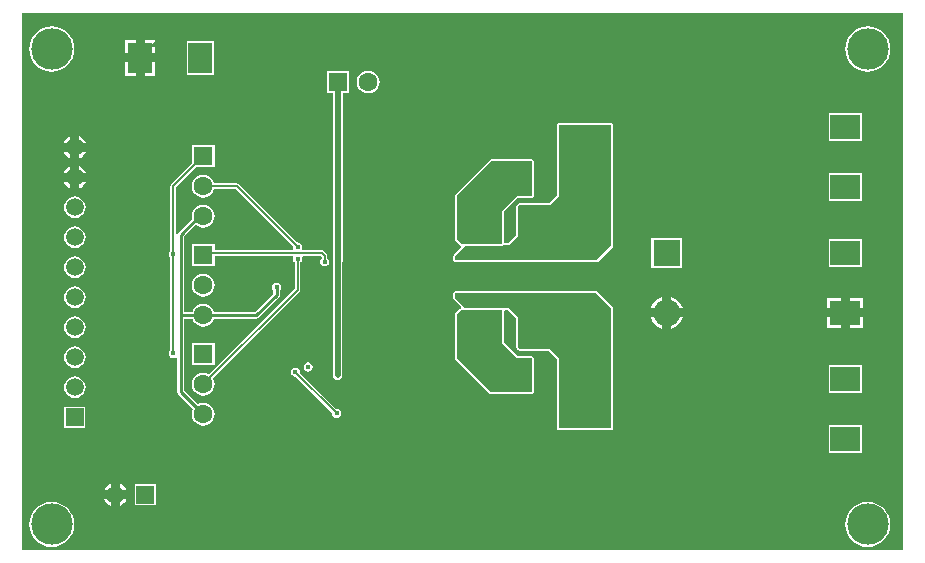
<source format=gbl>
G04*
G04 #@! TF.GenerationSoftware,Altium Limited,Altium Designer,20.2.7 (254)*
G04*
G04 Layer_Physical_Order=2*
G04 Layer_Color=16711680*
%FSLAX24Y24*%
%MOIN*%
G70*
G04*
G04 #@! TF.SameCoordinates,2B5C52AC-4926-4EBA-B23B-6648677431C1*
G04*
G04*
G04 #@! TF.FilePolarity,Positive*
G04*
G01*
G75*
%ADD17C,0.0100*%
%ADD28R,0.0630X0.0630*%
%ADD29C,0.0630*%
%ADD30R,0.0630X0.0630*%
%ADD31R,0.0984X0.0787*%
%ADD32C,0.0900*%
%ADD33R,0.0900X0.0900*%
%ADD34C,0.0591*%
%ADD35R,0.0591X0.0591*%
%ADD36R,0.0591X0.0591*%
%ADD37R,0.0787X0.0984*%
%ADD38C,0.1380*%
%ADD40C,0.0200*%
%ADD42C,0.0060*%
%ADD43C,0.0177*%
%ADD44C,0.0197*%
G36*
X49334Y19187D02*
X19958D01*
Y35775D01*
Y37063D01*
X49334D01*
Y19187D01*
D02*
G37*
%LPC*%
G36*
X24389Y36167D02*
X24046D01*
Y35725D01*
X24389D01*
Y36167D01*
D02*
G37*
G36*
X23746D02*
X23402D01*
Y35725D01*
X23746D01*
Y36167D01*
D02*
G37*
G36*
X48146Y36629D02*
X47999Y36614D01*
X47857Y36571D01*
X47727Y36502D01*
X47613Y36408D01*
X47519Y36294D01*
X47449Y36163D01*
X47407Y36022D01*
X47392Y35875D01*
X47407Y35728D01*
X47449Y35587D01*
X47519Y35456D01*
X47613Y35342D01*
X47727Y35248D01*
X47857Y35179D01*
X47999Y35136D01*
X48146Y35121D01*
X48293Y35136D01*
X48434Y35179D01*
X48564Y35248D01*
X48679Y35342D01*
X48772Y35456D01*
X48842Y35587D01*
X48885Y35728D01*
X48899Y35875D01*
X48885Y36022D01*
X48842Y36163D01*
X48772Y36294D01*
X48679Y36408D01*
X48564Y36502D01*
X48434Y36571D01*
X48293Y36614D01*
X48146Y36629D01*
D02*
G37*
G36*
X20946D02*
X20799Y36614D01*
X20657Y36571D01*
X20527Y36502D01*
X20413Y36408D01*
X20319Y36294D01*
X20249Y36163D01*
X20207Y36022D01*
X20192Y35875D01*
X20207Y35728D01*
X20249Y35587D01*
X20319Y35456D01*
X20413Y35342D01*
X20527Y35248D01*
X20657Y35179D01*
X20799Y35136D01*
X20946Y35121D01*
X21093Y35136D01*
X21234Y35179D01*
X21364Y35248D01*
X21479Y35342D01*
X21572Y35456D01*
X21642Y35587D01*
X21685Y35728D01*
X21699Y35875D01*
X21685Y36022D01*
X21642Y36163D01*
X21572Y36294D01*
X21479Y36408D01*
X21364Y36502D01*
X21234Y36571D01*
X21093Y36614D01*
X20946Y36629D01*
D02*
G37*
G36*
X26349Y36127D02*
X25442D01*
Y35023D01*
X26349D01*
Y36127D01*
D02*
G37*
G36*
X24389Y35425D02*
X24046D01*
Y34983D01*
X24389D01*
Y35425D01*
D02*
G37*
G36*
X23746D02*
X23402D01*
Y34983D01*
X23746D01*
Y35425D01*
D02*
G37*
G36*
X31496Y35153D02*
X31398Y35140D01*
X31307Y35103D01*
X31228Y35042D01*
X31168Y34964D01*
X31130Y34873D01*
X31117Y34775D01*
X31130Y34677D01*
X31168Y34586D01*
X31228Y34508D01*
X31307Y34447D01*
X31398Y34410D01*
X31496Y34397D01*
X31594Y34410D01*
X31685Y34447D01*
X31763Y34508D01*
X31823Y34586D01*
X31861Y34677D01*
X31874Y34775D01*
X31861Y34873D01*
X31823Y34964D01*
X31763Y35042D01*
X31685Y35103D01*
X31594Y35140D01*
X31496Y35153D01*
D02*
G37*
G36*
X47948Y33729D02*
X46844D01*
Y32821D01*
X47948D01*
Y33729D01*
D02*
G37*
G36*
X21868Y32966D02*
Y32750D01*
X22084D01*
X22063Y32799D01*
X22000Y32882D01*
X21917Y32945D01*
X21868Y32966D01*
D02*
G37*
G36*
X21568Y32966D02*
X21519Y32945D01*
X21436Y32882D01*
X21373Y32799D01*
X21352Y32750D01*
X21568D01*
Y32966D01*
D02*
G37*
G36*
X22084Y32450D02*
X21868D01*
Y32234D01*
X21917Y32255D01*
X22000Y32318D01*
X22063Y32401D01*
X22084Y32450D01*
D02*
G37*
G36*
X21568D02*
X21352D01*
X21373Y32401D01*
X21436Y32318D01*
X21519Y32255D01*
X21568Y32234D01*
Y32450D01*
D02*
G37*
G36*
X21868Y31966D02*
Y31750D01*
X22084D01*
X22063Y31799D01*
X22000Y31882D01*
X21917Y31945D01*
X21868Y31966D01*
D02*
G37*
G36*
X21568Y31966D02*
X21519Y31945D01*
X21436Y31882D01*
X21373Y31799D01*
X21352Y31750D01*
X21568D01*
Y31966D01*
D02*
G37*
G36*
X22084Y31450D02*
X21868D01*
Y31234D01*
X21917Y31255D01*
X22000Y31318D01*
X22063Y31401D01*
X22084Y31450D01*
D02*
G37*
G36*
X21568D02*
X21352D01*
X21373Y31401D01*
X21436Y31318D01*
X21519Y31255D01*
X21568Y31234D01*
Y31450D01*
D02*
G37*
G36*
X47948Y31729D02*
X46844D01*
Y30821D01*
X47948D01*
Y31729D01*
D02*
G37*
G36*
X21718Y30958D02*
X21625Y30946D01*
X21539Y30910D01*
X21465Y30853D01*
X21408Y30779D01*
X21372Y30693D01*
X21360Y30600D01*
X21372Y30507D01*
X21408Y30421D01*
X21465Y30347D01*
X21539Y30290D01*
X21625Y30254D01*
X21718Y30242D01*
X21811Y30254D01*
X21897Y30290D01*
X21971Y30347D01*
X22028Y30421D01*
X22064Y30507D01*
X22076Y30600D01*
X22064Y30693D01*
X22028Y30779D01*
X21971Y30853D01*
X21897Y30910D01*
X21811Y30946D01*
X21718Y30958D01*
D02*
G37*
G36*
X26375Y32675D02*
X25625D01*
Y32055D01*
X24931Y31361D01*
X24911Y31331D01*
X24904Y31296D01*
Y29142D01*
X24889Y29132D01*
X24856Y29083D01*
X24844Y29025D01*
X24856Y28967D01*
X24889Y28918D01*
X24904Y28908D01*
Y25842D01*
X24889Y25832D01*
X24856Y25783D01*
X24844Y25725D01*
X24856Y25667D01*
X24889Y25618D01*
X24938Y25585D01*
X24996Y25574D01*
X25054Y25585D01*
X25084Y25605D01*
X25134Y25581D01*
Y24454D01*
X25134Y24454D01*
X25142Y24411D01*
X25166Y24375D01*
X25667Y23875D01*
X25635Y23798D01*
X25622Y23700D01*
X25635Y23602D01*
X25672Y23511D01*
X25733Y23433D01*
X25811Y23372D01*
X25902Y23335D01*
X26000Y23322D01*
X26098Y23335D01*
X26189Y23372D01*
X26267Y23433D01*
X26328Y23511D01*
X26365Y23602D01*
X26378Y23700D01*
X26365Y23798D01*
X26328Y23889D01*
X26267Y23967D01*
X26189Y24028D01*
X26098Y24065D01*
X26000Y24078D01*
X25902Y24065D01*
X25825Y24033D01*
X25358Y24501D01*
Y26888D01*
X25641D01*
X25672Y26811D01*
X25733Y26733D01*
X25811Y26672D01*
X25902Y26635D01*
X26000Y26622D01*
X26098Y26635D01*
X26189Y26672D01*
X26267Y26733D01*
X26328Y26811D01*
X26359Y26888D01*
X27771D01*
X27771Y26888D01*
X27814Y26896D01*
X27850Y26921D01*
X28525Y27596D01*
X28525Y27596D01*
X28549Y27632D01*
X28558Y27675D01*
X28558Y27675D01*
Y27825D01*
X28586Y27867D01*
X28597Y27925D01*
X28586Y27983D01*
X28553Y28032D01*
X28504Y28065D01*
X28446Y28076D01*
X28388Y28065D01*
X28339Y28032D01*
X28306Y27983D01*
X28294Y27925D01*
X28306Y27867D01*
X28334Y27825D01*
Y27721D01*
X27724Y27112D01*
X26359D01*
X26328Y27189D01*
X26267Y27267D01*
X26189Y27328D01*
X26098Y27365D01*
X26000Y27378D01*
X25902Y27365D01*
X25811Y27328D01*
X25733Y27267D01*
X25672Y27189D01*
X25641Y27112D01*
X25358D01*
Y29629D01*
X25749Y30020D01*
X25811Y29972D01*
X25902Y29935D01*
X26000Y29922D01*
X26098Y29935D01*
X26189Y29972D01*
X26267Y30033D01*
X26328Y30111D01*
X26365Y30202D01*
X26378Y30300D01*
X26365Y30398D01*
X26328Y30489D01*
X26267Y30567D01*
X26189Y30628D01*
X26098Y30665D01*
X26000Y30678D01*
X25902Y30665D01*
X25811Y30628D01*
X25733Y30567D01*
X25672Y30489D01*
X25635Y30398D01*
X25622Y30300D01*
X25632Y30220D01*
X25166Y29754D01*
X25142Y29718D01*
X25137Y29695D01*
X25087Y29700D01*
Y31258D01*
X25755Y31925D01*
X26375D01*
Y32675D01*
D02*
G37*
G36*
X39596Y33390D02*
X37846D01*
X37800Y33371D01*
X37781Y33325D01*
X37781Y31002D01*
X37519Y30740D01*
X36546D01*
X36500Y30721D01*
X36450Y30671D01*
X36431Y30625D01*
Y29652D01*
X36169Y29390D01*
X36046D01*
X36011Y29425D01*
X36011Y29575D01*
X36011Y29775D01*
Y30448D01*
X36473Y30910D01*
X36946D01*
X36992Y30929D01*
X37011Y30975D01*
X37011Y32125D01*
X36992Y32171D01*
X36946Y32190D01*
X35596Y32190D01*
X35550Y32171D01*
X34400Y31021D01*
X34381Y30975D01*
X34381Y29775D01*
Y29525D01*
X34400Y29479D01*
X34550Y29329D01*
X34576Y29318D01*
X34593Y29264D01*
X34350Y29021D01*
X34331Y28975D01*
Y28967D01*
X34320Y28914D01*
X34331Y28860D01*
Y28825D01*
X34350Y28779D01*
X34396Y28760D01*
X34696D01*
X39096Y28760D01*
X39142Y28779D01*
X39642Y29279D01*
X39661Y29325D01*
X39661Y33325D01*
X39642Y33371D01*
X39596Y33390D01*
D02*
G37*
G36*
X21718Y29958D02*
X21625Y29946D01*
X21539Y29910D01*
X21465Y29853D01*
X21408Y29779D01*
X21372Y29693D01*
X21360Y29600D01*
X21372Y29507D01*
X21408Y29421D01*
X21465Y29347D01*
X21539Y29290D01*
X21625Y29254D01*
X21718Y29242D01*
X21811Y29254D01*
X21897Y29290D01*
X21971Y29347D01*
X22028Y29421D01*
X22064Y29507D01*
X22076Y29600D01*
X22064Y29693D01*
X22028Y29779D01*
X21971Y29853D01*
X21897Y29910D01*
X21811Y29946D01*
X21718Y29958D01*
D02*
G37*
G36*
X26000Y31678D02*
X25902Y31665D01*
X25811Y31628D01*
X25733Y31567D01*
X25672Y31489D01*
X25635Y31398D01*
X25622Y31300D01*
X25635Y31202D01*
X25672Y31111D01*
X25733Y31033D01*
X25811Y30972D01*
X25902Y30935D01*
X26000Y30922D01*
X26098Y30935D01*
X26189Y30972D01*
X26267Y31033D01*
X26328Y31111D01*
X26365Y31202D01*
X26366Y31208D01*
X27083D01*
X28998Y29293D01*
X28994Y29275D01*
X29006Y29217D01*
X29006Y29217D01*
X28979Y29167D01*
X26375D01*
Y29375D01*
X25625D01*
Y28625D01*
X26375D01*
Y28983D01*
X28979D01*
X29006Y28933D01*
X29006Y28933D01*
X28994Y28875D01*
X29006Y28817D01*
X29039Y28768D01*
X29054Y28758D01*
Y27884D01*
X26194Y25024D01*
X26189Y25028D01*
X26098Y25065D01*
X26000Y25078D01*
X25902Y25065D01*
X25811Y25028D01*
X25733Y24967D01*
X25672Y24889D01*
X25635Y24798D01*
X25622Y24700D01*
X25635Y24602D01*
X25672Y24511D01*
X25733Y24433D01*
X25811Y24372D01*
X25902Y24335D01*
X26000Y24322D01*
X26098Y24335D01*
X26189Y24372D01*
X26267Y24433D01*
X26328Y24511D01*
X26365Y24602D01*
X26378Y24700D01*
X26365Y24798D01*
X26328Y24889D01*
X26324Y24894D01*
X29211Y27781D01*
X29230Y27811D01*
X29237Y27846D01*
Y28758D01*
X29253Y28768D01*
X29286Y28817D01*
X29297Y28875D01*
X29286Y28933D01*
X29285Y28933D01*
X29312Y28983D01*
X29908D01*
X29952Y28939D01*
X29949Y28889D01*
X29939Y28882D01*
X29906Y28833D01*
X29894Y28775D01*
X29906Y28717D01*
X29939Y28668D01*
X29988Y28635D01*
X30046Y28624D01*
X30104Y28635D01*
X30153Y28668D01*
X30186Y28717D01*
X30197Y28775D01*
X30186Y28833D01*
X30153Y28882D01*
X30137Y28892D01*
Y28975D01*
X30130Y29010D01*
X30111Y29040D01*
X30011Y29140D01*
X29981Y29160D01*
X29946Y29167D01*
X29312D01*
X29285Y29217D01*
X29286Y29217D01*
X29297Y29275D01*
X29286Y29333D01*
X29253Y29382D01*
X29204Y29415D01*
X29146Y29426D01*
X29128Y29423D01*
X27186Y31365D01*
X27156Y31385D01*
X27121Y31392D01*
X26366D01*
X26365Y31398D01*
X26328Y31489D01*
X26267Y31567D01*
X26189Y31628D01*
X26098Y31665D01*
X26000Y31678D01*
D02*
G37*
G36*
X47948Y29529D02*
X46844D01*
Y28621D01*
X47948D01*
Y29529D01*
D02*
G37*
G36*
X41956Y29585D02*
X40936D01*
Y28565D01*
X41956D01*
Y29585D01*
D02*
G37*
G36*
X21718Y28958D02*
X21625Y28946D01*
X21539Y28910D01*
X21465Y28853D01*
X21408Y28779D01*
X21372Y28693D01*
X21360Y28600D01*
X21372Y28507D01*
X21408Y28421D01*
X21465Y28347D01*
X21539Y28290D01*
X21625Y28254D01*
X21718Y28242D01*
X21811Y28254D01*
X21897Y28290D01*
X21971Y28347D01*
X22028Y28421D01*
X22064Y28507D01*
X22076Y28600D01*
X22064Y28693D01*
X22028Y28779D01*
X21971Y28853D01*
X21897Y28910D01*
X21811Y28946D01*
X21718Y28958D01*
D02*
G37*
G36*
X26000Y28378D02*
X25902Y28365D01*
X25811Y28328D01*
X25733Y28267D01*
X25672Y28189D01*
X25635Y28098D01*
X25622Y28000D01*
X25635Y27902D01*
X25672Y27811D01*
X25733Y27733D01*
X25811Y27672D01*
X25902Y27635D01*
X26000Y27622D01*
X26098Y27635D01*
X26189Y27672D01*
X26267Y27733D01*
X26328Y27811D01*
X26365Y27902D01*
X26378Y28000D01*
X26365Y28098D01*
X26328Y28189D01*
X26267Y28267D01*
X26189Y28328D01*
X26098Y28365D01*
X26000Y28378D01*
D02*
G37*
G36*
X21718Y27958D02*
X21625Y27946D01*
X21539Y27910D01*
X21465Y27853D01*
X21408Y27779D01*
X21372Y27693D01*
X21360Y27600D01*
X21372Y27507D01*
X21408Y27421D01*
X21465Y27347D01*
X21539Y27290D01*
X21625Y27254D01*
X21718Y27242D01*
X21811Y27254D01*
X21897Y27290D01*
X21971Y27347D01*
X22028Y27421D01*
X22064Y27507D01*
X22076Y27600D01*
X22064Y27693D01*
X22028Y27779D01*
X21971Y27853D01*
X21897Y27910D01*
X21811Y27946D01*
X21718Y27958D01*
D02*
G37*
G36*
X47988Y27569D02*
X47546D01*
Y27225D01*
X47988D01*
Y27569D01*
D02*
G37*
G36*
X41596Y27608D02*
Y27225D01*
X41979D01*
X41926Y27352D01*
X41838Y27467D01*
X41723Y27555D01*
X41596Y27608D01*
D02*
G37*
G36*
X41296Y27608D02*
X41168Y27555D01*
X41053Y27467D01*
X40965Y27352D01*
X40912Y27225D01*
X41296D01*
Y27608D01*
D02*
G37*
G36*
X47246Y27569D02*
X46804D01*
Y27225D01*
X47246D01*
Y27569D01*
D02*
G37*
G36*
X47988Y26925D02*
X47546D01*
Y26581D01*
X47988D01*
Y26925D01*
D02*
G37*
G36*
X47246D02*
X46804D01*
Y26581D01*
X47246D01*
Y26925D01*
D02*
G37*
G36*
X41296D02*
X40912D01*
X40965Y26798D01*
X41053Y26683D01*
X41168Y26595D01*
X41296Y26542D01*
Y26925D01*
D02*
G37*
G36*
X41979D02*
X41596D01*
Y26542D01*
X41723Y26595D01*
X41838Y26683D01*
X41926Y26798D01*
X41979Y26925D01*
D02*
G37*
G36*
X21718Y26958D02*
X21625Y26946D01*
X21539Y26910D01*
X21465Y26853D01*
X21408Y26779D01*
X21372Y26693D01*
X21360Y26600D01*
X21372Y26507D01*
X21408Y26421D01*
X21465Y26347D01*
X21539Y26290D01*
X21625Y26254D01*
X21718Y26242D01*
X21811Y26254D01*
X21897Y26290D01*
X21971Y26347D01*
X22028Y26421D01*
X22064Y26507D01*
X22076Y26600D01*
X22064Y26693D01*
X22028Y26779D01*
X21971Y26853D01*
X21897Y26910D01*
X21811Y26946D01*
X21718Y26958D01*
D02*
G37*
G36*
X26375Y26075D02*
X25625D01*
Y25325D01*
X26375D01*
Y26075D01*
D02*
G37*
G36*
X21718Y25958D02*
X21625Y25946D01*
X21539Y25910D01*
X21465Y25853D01*
X21408Y25779D01*
X21372Y25693D01*
X21360Y25600D01*
X21372Y25507D01*
X21408Y25421D01*
X21465Y25347D01*
X21539Y25290D01*
X21625Y25254D01*
X21718Y25242D01*
X21811Y25254D01*
X21897Y25290D01*
X21971Y25347D01*
X22028Y25421D01*
X22064Y25507D01*
X22076Y25600D01*
X22064Y25693D01*
X22028Y25779D01*
X21971Y25853D01*
X21897Y25910D01*
X21811Y25946D01*
X21718Y25958D01*
D02*
G37*
G36*
X29497Y25425D02*
X29439Y25414D01*
X29390Y25381D01*
X29357Y25332D01*
X29345Y25274D01*
X29357Y25216D01*
X29390Y25167D01*
X29439Y25134D01*
X29497Y25122D01*
X29555Y25134D01*
X29604Y25167D01*
X29637Y25216D01*
X29648Y25274D01*
X29637Y25332D01*
X29604Y25381D01*
X29555Y25414D01*
X29497Y25425D01*
D02*
G37*
G36*
X30871Y35150D02*
X30121D01*
Y34400D01*
X30318D01*
Y24990D01*
X30330Y24927D01*
X30366Y24875D01*
X30418Y24839D01*
X30481Y24827D01*
X30543Y24839D01*
X30596Y24875D01*
X30632Y24927D01*
X30644Y24990D01*
Y34400D01*
X30871D01*
Y35150D01*
D02*
G37*
G36*
X47948Y25329D02*
X46844D01*
Y24421D01*
X47948D01*
Y25329D01*
D02*
G37*
G36*
X21718Y24958D02*
X21625Y24946D01*
X21539Y24910D01*
X21465Y24853D01*
X21408Y24779D01*
X21372Y24693D01*
X21360Y24600D01*
X21372Y24507D01*
X21408Y24421D01*
X21465Y24347D01*
X21539Y24290D01*
X21625Y24254D01*
X21718Y24242D01*
X21811Y24254D01*
X21897Y24290D01*
X21971Y24347D01*
X22028Y24421D01*
X22064Y24507D01*
X22076Y24600D01*
X22064Y24693D01*
X22028Y24779D01*
X21971Y24853D01*
X21897Y24910D01*
X21811Y24946D01*
X21718Y24958D01*
D02*
G37*
G36*
X29069Y25253D02*
X29011Y25241D01*
X28962Y25208D01*
X28929Y25159D01*
X28918Y25101D01*
X28929Y25043D01*
X28962Y24994D01*
X29011Y24961D01*
X29069Y24950D01*
X29088Y24953D01*
X30298Y23743D01*
X30294Y23725D01*
X30306Y23667D01*
X30339Y23618D01*
X30388Y23585D01*
X30446Y23574D01*
X30504Y23585D01*
X30553Y23618D01*
X30586Y23667D01*
X30597Y23725D01*
X30586Y23783D01*
X30553Y23832D01*
X30504Y23865D01*
X30446Y23876D01*
X30428Y23873D01*
X29217Y25083D01*
X29221Y25101D01*
X29209Y25159D01*
X29177Y25208D01*
X29127Y25241D01*
X29069Y25253D01*
D02*
G37*
G36*
X22073Y23955D02*
X21363D01*
Y23245D01*
X22073D01*
Y23955D01*
D02*
G37*
G36*
X34696Y27790D02*
X34396D01*
X34350Y27771D01*
X34331Y27725D01*
Y27690D01*
X34320Y27636D01*
X34331Y27583D01*
Y27575D01*
X34350Y27529D01*
X34593Y27286D01*
X34576Y27232D01*
X34550Y27221D01*
X34400Y27071D01*
X34381Y27025D01*
Y26775D01*
X34381Y25575D01*
X34400Y25529D01*
X35550Y24379D01*
X35596Y24360D01*
X36946Y24360D01*
X36992Y24379D01*
X37011Y24425D01*
X37011Y25575D01*
X36992Y25621D01*
X36946Y25640D01*
X36473D01*
X36011Y26102D01*
Y26775D01*
X36011Y26975D01*
X36011Y27125D01*
X36046Y27160D01*
X36169D01*
X36431Y26898D01*
Y25925D01*
X36450Y25879D01*
X36500Y25829D01*
X36546Y25810D01*
X37519D01*
X37781Y25548D01*
X37781Y23225D01*
X37800Y23179D01*
X37846Y23160D01*
X39596D01*
X39642Y23179D01*
X39661Y23225D01*
X39661Y27225D01*
X39642Y27271D01*
X39142Y27771D01*
X39096Y27790D01*
X34696Y27790D01*
D02*
G37*
G36*
X47948Y23329D02*
X46844D01*
Y22421D01*
X47948D01*
Y23329D01*
D02*
G37*
G36*
X23214Y21384D02*
Y21168D01*
X23429D01*
X23409Y21218D01*
X23345Y21300D01*
X23263Y21364D01*
X23214Y21384D01*
D02*
G37*
G36*
X22914D02*
X22864Y21364D01*
X22782Y21300D01*
X22718Y21218D01*
X22698Y21168D01*
X22914D01*
Y21384D01*
D02*
G37*
G36*
X24419Y21374D02*
X23708D01*
Y20663D01*
X24419D01*
Y21374D01*
D02*
G37*
G36*
X23429Y20868D02*
X23214D01*
Y20653D01*
X23263Y20673D01*
X23345Y20736D01*
X23409Y20819D01*
X23429Y20868D01*
D02*
G37*
G36*
X22914D02*
X22698D01*
X22718Y20819D01*
X22782Y20736D01*
X22864Y20673D01*
X22914Y20653D01*
Y20868D01*
D02*
G37*
G36*
X48146Y20779D02*
X47999Y20764D01*
X47857Y20721D01*
X47727Y20652D01*
X47613Y20558D01*
X47519Y20444D01*
X47449Y20313D01*
X47407Y20172D01*
X47392Y20025D01*
X47407Y19878D01*
X47449Y19737D01*
X47519Y19606D01*
X47613Y19492D01*
X47727Y19398D01*
X47857Y19329D01*
X47999Y19286D01*
X48146Y19271D01*
X48293Y19286D01*
X48434Y19329D01*
X48564Y19398D01*
X48679Y19492D01*
X48772Y19606D01*
X48842Y19737D01*
X48885Y19878D01*
X48899Y20025D01*
X48885Y20172D01*
X48842Y20313D01*
X48772Y20444D01*
X48679Y20558D01*
X48564Y20652D01*
X48434Y20721D01*
X48293Y20764D01*
X48146Y20779D01*
D02*
G37*
G36*
X20946D02*
X20799Y20764D01*
X20657Y20721D01*
X20527Y20652D01*
X20413Y20558D01*
X20319Y20444D01*
X20249Y20313D01*
X20207Y20172D01*
X20192Y20025D01*
X20207Y19878D01*
X20249Y19737D01*
X20319Y19606D01*
X20413Y19492D01*
X20527Y19398D01*
X20657Y19329D01*
X20799Y19286D01*
X20946Y19271D01*
X21093Y19286D01*
X21234Y19329D01*
X21364Y19398D01*
X21479Y19492D01*
X21572Y19606D01*
X21642Y19737D01*
X21685Y19878D01*
X21699Y20025D01*
X21685Y20172D01*
X21642Y20313D01*
X21572Y20444D01*
X21479Y20558D01*
X21364Y20652D01*
X21234Y20721D01*
X21093Y20764D01*
X20946Y20779D01*
D02*
G37*
%LPD*%
G36*
X36946Y32125D02*
X36946Y30975D01*
X36446D01*
X35946Y30475D01*
Y29775D01*
X35946Y29575D01*
X35946Y29375D01*
X34596Y29375D01*
X34446Y29525D01*
Y29775D01*
X34446Y30975D01*
X35596Y32125D01*
X36946Y32125D01*
D02*
G37*
G36*
X39596Y29325D02*
X39096Y28825D01*
X34696Y28825D01*
X34396D01*
Y28975D01*
X34731Y29310D01*
X35946Y29310D01*
X35982Y29325D01*
X36196D01*
X36496Y29625D01*
Y30625D01*
X36546Y30675D01*
X37546D01*
X37846Y30975D01*
X37846Y33325D01*
X39596D01*
X39596Y29325D01*
D02*
G37*
G36*
X35946Y26975D02*
X35946Y26775D01*
Y26075D01*
X36446Y25575D01*
X36946D01*
X36946Y24425D01*
X35596Y24425D01*
X34446Y25575D01*
X34446Y26775D01*
Y27025D01*
X34596Y27175D01*
X35946Y27175D01*
X35946Y26975D01*
D02*
G37*
G36*
X39096Y27725D02*
X39596Y27225D01*
X39596Y23225D01*
X37846D01*
X37846Y25575D01*
X37546Y25875D01*
X36546D01*
X36496Y25925D01*
Y26925D01*
X36196Y27225D01*
X35982D01*
X35946Y27240D01*
X34731Y27240D01*
X34396Y27575D01*
Y27725D01*
X34696D01*
X39096Y27725D01*
D02*
G37*
D17*
X35196Y22475D02*
Y23375D01*
Y22475D02*
X35396Y22275D01*
X40237Y22266D02*
X41446Y23475D01*
X40154Y22266D02*
X40237D01*
X40146Y22275D02*
X40154Y22266D01*
X35396Y22275D02*
X40146D01*
X41446Y23475D02*
Y27075D01*
X44696Y30325D02*
Y34125D01*
Y27075D02*
Y30325D01*
Y27075D02*
X47396D01*
X41446D02*
X44696D01*
X32330Y29574D02*
Y31691D01*
X31046Y32625D02*
X31396D01*
X32330Y31691D01*
X24796Y36475D02*
X30696D01*
X23896Y35575D02*
Y35673D01*
X24239Y36017D01*
X24338D01*
X24796Y36475D01*
X30696D02*
X31046Y36125D01*
Y32625D02*
Y36125D01*
X28446Y27675D02*
Y27925D01*
X27771Y27000D02*
X28446Y27675D01*
X26000Y27000D02*
X27771D01*
X25246Y26975D02*
Y29675D01*
Y24454D02*
Y26975D01*
X25271Y27000D02*
X26000D01*
X25246Y26975D02*
X25271Y27000D01*
X25871Y30300D02*
X26000D01*
X25246Y29675D02*
X25871Y30300D01*
X25246Y24454D02*
X26000Y23700D01*
X34946Y30075D02*
X36296Y31425D01*
X36196Y29625D02*
Y30525D01*
X35196Y23958D02*
X37029D01*
X33713D02*
X35196D01*
Y23375D02*
Y23958D01*
X33446Y24225D02*
X33713Y23958D01*
X33246Y24425D02*
X33446Y24225D01*
X33196Y26950D02*
Y26976D01*
Y26950D02*
X33246Y26900D01*
Y24425D02*
Y26900D01*
X37029Y23958D02*
X37346Y24275D01*
X36496Y25725D02*
X37287D01*
X37346Y25666D01*
Y24275D02*
Y25666D01*
X36196Y26025D02*
X36496Y25725D01*
X36196Y26025D02*
Y26925D01*
X33196Y29574D02*
Y29600D01*
X33246Y29650D01*
Y33275D01*
X33596Y33625D01*
X36146D02*
X37396Y32375D01*
X33596Y33625D02*
X36146D01*
X37396Y30925D02*
Y32375D01*
X37296Y30825D02*
X37396Y30925D01*
X36196Y30525D02*
X36496Y30825D01*
X37296D01*
X34946Y29675D02*
Y30075D01*
X38593Y29074D02*
Y32572D01*
X38596Y32575D01*
X38583Y29066D02*
X38592Y29075D01*
X35072Y29066D02*
X38583D01*
X38592Y29075D02*
X38593Y29074D01*
X34946Y26475D02*
X36296Y25125D01*
X34946Y26475D02*
Y26875D01*
X38593Y23978D02*
Y27476D01*
Y23978D02*
X38596Y23975D01*
X38583Y27484D02*
X38592Y27475D01*
X35072Y27484D02*
X38583D01*
X38592Y27475D02*
X38593Y27476D01*
D28*
X26000Y25700D02*
D03*
Y29000D02*
D03*
Y32300D02*
D03*
D29*
Y24700D02*
D03*
Y23700D02*
D03*
Y28000D02*
D03*
Y27000D02*
D03*
Y31300D02*
D03*
Y30300D02*
D03*
X31496Y34775D02*
D03*
D30*
X30496D02*
D03*
D31*
X47396Y33275D02*
D03*
Y31275D02*
D03*
Y24875D02*
D03*
Y22875D02*
D03*
Y29075D02*
D03*
Y27075D02*
D03*
D32*
X41446D02*
D03*
D33*
Y29075D02*
D03*
D34*
X21718Y32600D02*
D03*
Y31600D02*
D03*
Y30600D02*
D03*
Y28600D02*
D03*
Y26600D02*
D03*
Y24600D02*
D03*
Y25600D02*
D03*
Y27600D02*
D03*
Y29600D02*
D03*
X23064Y21018D02*
D03*
D35*
X21718Y23600D02*
D03*
D36*
X24064Y21018D02*
D03*
D37*
X23896Y35575D02*
D03*
X25896D02*
D03*
D38*
X20946Y35875D02*
D03*
Y20025D02*
D03*
X48146Y35875D02*
D03*
Y20025D02*
D03*
D40*
X30481Y34760D02*
X30496Y34775D01*
X30481Y24990D02*
Y34760D01*
D42*
X29069Y25101D02*
X30446Y23725D01*
X30256Y28596D02*
X30291Y28561D01*
X30671Y24911D02*
Y28740D01*
X30706Y28775D02*
X31530D01*
X29972Y28596D02*
X30256D01*
X30402Y24800D02*
X30560D01*
X30671Y24911D01*
Y28740D02*
X30706Y28775D01*
X31530D02*
X31896Y29141D01*
X29793Y28775D02*
X29972Y28596D01*
X29396Y28775D02*
X29793D01*
X30291Y24911D02*
Y28561D01*
Y24911D02*
X30402Y24800D01*
X24996Y29025D02*
Y31296D01*
Y25725D02*
Y29025D01*
Y31296D02*
X26000Y32300D01*
Y29000D02*
X26075Y29075D01*
X29946D01*
X30046Y28775D02*
Y28975D01*
X29946Y29075D02*
X30046Y28975D01*
X31346Y24325D02*
X31896D01*
X31896Y26976D02*
X32096Y26777D01*
Y24525D02*
Y26777D01*
X31896Y24325D02*
X32096Y24525D01*
X26000Y31300D02*
X27121D01*
X29146Y29275D01*
X26000Y24700D02*
X29146Y27846D01*
Y28875D01*
D43*
X38593Y27476D02*
D03*
X48500Y33000D02*
D03*
Y31000D02*
D03*
X48000Y30000D02*
D03*
X48500Y27000D02*
D03*
X48000Y26000D02*
D03*
X48500Y25000D02*
D03*
X48000Y24000D02*
D03*
X48500Y23000D02*
D03*
X48000Y22000D02*
D03*
X48500Y21000D02*
D03*
X47000Y36000D02*
D03*
Y30000D02*
D03*
Y26000D02*
D03*
Y22000D02*
D03*
X47500Y21000D02*
D03*
X47000Y20000D02*
D03*
X46000Y36000D02*
D03*
Y30000D02*
D03*
X46500Y27000D02*
D03*
X46000Y26000D02*
D03*
Y22000D02*
D03*
X46500Y21000D02*
D03*
X46000Y20000D02*
D03*
X45000Y36000D02*
D03*
X45500Y27000D02*
D03*
Y21000D02*
D03*
X45000Y20000D02*
D03*
X44000Y36000D02*
D03*
Y34000D02*
D03*
X44500Y27000D02*
D03*
X44000Y26000D02*
D03*
Y22000D02*
D03*
X44500Y21000D02*
D03*
X44000Y20000D02*
D03*
X43000Y36000D02*
D03*
Y34000D02*
D03*
X43500Y27000D02*
D03*
X43000Y26000D02*
D03*
Y22000D02*
D03*
X43500Y21000D02*
D03*
X43000Y20000D02*
D03*
X42000Y36000D02*
D03*
Y34000D02*
D03*
X42500Y27000D02*
D03*
X42000Y26000D02*
D03*
Y22000D02*
D03*
X42500Y21000D02*
D03*
X42000Y20000D02*
D03*
X41000Y36000D02*
D03*
Y34000D02*
D03*
Y26000D02*
D03*
Y22000D02*
D03*
X41500Y21000D02*
D03*
X41000Y20000D02*
D03*
X40000Y36000D02*
D03*
Y34000D02*
D03*
Y26000D02*
D03*
Y22000D02*
D03*
X40500Y21000D02*
D03*
X40000Y20000D02*
D03*
X39000Y36000D02*
D03*
Y34000D02*
D03*
Y22000D02*
D03*
X39500Y21000D02*
D03*
X39000Y20000D02*
D03*
X38000Y36000D02*
D03*
Y34000D02*
D03*
Y22000D02*
D03*
X38500Y21000D02*
D03*
X38000Y20000D02*
D03*
X37000Y36000D02*
D03*
Y34000D02*
D03*
X37500Y33000D02*
D03*
X37000Y24000D02*
D03*
X37500Y23000D02*
D03*
X37000Y22000D02*
D03*
X37500Y21000D02*
D03*
X37000Y20000D02*
D03*
X36000Y36000D02*
D03*
Y34000D02*
D03*
X36500Y33000D02*
D03*
X36000Y24000D02*
D03*
X36500Y23000D02*
D03*
X36000Y22000D02*
D03*
X36500Y21000D02*
D03*
X36000Y20000D02*
D03*
X35000Y36000D02*
D03*
Y34000D02*
D03*
X35500Y33000D02*
D03*
X35000Y32000D02*
D03*
Y22000D02*
D03*
X35500Y21000D02*
D03*
X35000Y20000D02*
D03*
X34000Y36000D02*
D03*
Y34000D02*
D03*
X34500Y33000D02*
D03*
Y25000D02*
D03*
X34000Y22000D02*
D03*
X34500Y21000D02*
D03*
X34000Y20000D02*
D03*
X33000Y36000D02*
D03*
Y34000D02*
D03*
X33500Y33000D02*
D03*
X33000Y32000D02*
D03*
X33500Y31000D02*
D03*
X33000Y26000D02*
D03*
Y22000D02*
D03*
X33500Y21000D02*
D03*
X33000Y20000D02*
D03*
X32000Y36000D02*
D03*
Y34000D02*
D03*
X32500Y33000D02*
D03*
X32000Y32000D02*
D03*
X32500Y31000D02*
D03*
X32000Y26000D02*
D03*
Y24000D02*
D03*
X32500Y21000D02*
D03*
X32000Y20000D02*
D03*
X31000Y36000D02*
D03*
Y34000D02*
D03*
X31500Y33000D02*
D03*
Y31000D02*
D03*
Y29000D02*
D03*
Y27000D02*
D03*
Y21000D02*
D03*
X31000Y20000D02*
D03*
X30000Y34000D02*
D03*
Y32000D02*
D03*
Y22000D02*
D03*
X30500Y21000D02*
D03*
X30000Y20000D02*
D03*
X29500Y35000D02*
D03*
Y33000D02*
D03*
X29000Y32000D02*
D03*
X29500Y31000D02*
D03*
Y27000D02*
D03*
Y25000D02*
D03*
X29000Y24000D02*
D03*
X29500Y23000D02*
D03*
X29000Y20000D02*
D03*
X28500Y35000D02*
D03*
Y33000D02*
D03*
X28000Y32000D02*
D03*
X28500Y31000D02*
D03*
X28000Y28000D02*
D03*
X28500Y25000D02*
D03*
Y23000D02*
D03*
X27500Y35000D02*
D03*
X27000Y34000D02*
D03*
X27500Y33000D02*
D03*
X27000Y32000D02*
D03*
Y28000D02*
D03*
X27500Y25000D02*
D03*
X27000Y24000D02*
D03*
X27500Y23000D02*
D03*
X27000Y22000D02*
D03*
Y20000D02*
D03*
X26500Y35000D02*
D03*
X26000Y34000D02*
D03*
X26500Y33000D02*
D03*
Y31000D02*
D03*
X26000Y22000D02*
D03*
Y20000D02*
D03*
X25000Y36000D02*
D03*
Y34000D02*
D03*
X25500Y33000D02*
D03*
X25000Y32000D02*
D03*
X25500Y31000D02*
D03*
Y25000D02*
D03*
X25000Y24000D02*
D03*
Y22000D02*
D03*
Y20000D02*
D03*
X24500Y35000D02*
D03*
X24000Y34000D02*
D03*
X24500Y33000D02*
D03*
X24000Y32000D02*
D03*
X24500Y31000D02*
D03*
Y29000D02*
D03*
X24000Y28000D02*
D03*
X24500Y27000D02*
D03*
Y25000D02*
D03*
X24000Y24000D02*
D03*
Y22000D02*
D03*
Y20000D02*
D03*
X23000Y36000D02*
D03*
Y34000D02*
D03*
X23500Y33000D02*
D03*
X23000Y32000D02*
D03*
X23500Y31000D02*
D03*
Y29000D02*
D03*
X23000Y28000D02*
D03*
X23500Y27000D02*
D03*
Y25000D02*
D03*
X23000Y24000D02*
D03*
Y22000D02*
D03*
X23500Y21000D02*
D03*
X23000Y20000D02*
D03*
X22000Y36000D02*
D03*
X22500Y35000D02*
D03*
X22000Y34000D02*
D03*
X22500Y33000D02*
D03*
X22000Y32000D02*
D03*
X22500Y31000D02*
D03*
X22000Y30000D02*
D03*
X22500Y29000D02*
D03*
X22000Y28000D02*
D03*
X22500Y25000D02*
D03*
X22000Y22000D02*
D03*
X22500Y21000D02*
D03*
X22000Y20000D02*
D03*
X21500Y35000D02*
D03*
X21000Y34000D02*
D03*
Y32000D02*
D03*
X21500Y31000D02*
D03*
X21000Y30000D02*
D03*
X21500Y29000D02*
D03*
X21000Y28000D02*
D03*
X21500Y27000D02*
D03*
X21000Y26000D02*
D03*
X21500Y25000D02*
D03*
X21000Y24000D02*
D03*
X21500Y23000D02*
D03*
X21000Y22000D02*
D03*
X21500Y21000D02*
D03*
X39096Y23475D02*
D03*
X38596D02*
D03*
X38346D02*
D03*
X38846D02*
D03*
X38096D02*
D03*
X44696Y30325D02*
D03*
Y34125D02*
D03*
X29069Y25101D02*
D03*
X29497Y25274D02*
D03*
X24996Y29025D02*
D03*
Y25725D02*
D03*
X30046Y28775D02*
D03*
X31346Y24325D02*
D03*
X29396Y28775D02*
D03*
X31046Y32625D02*
D03*
X30446Y23725D02*
D03*
X28446Y27925D02*
D03*
X35096Y29475D02*
D03*
X35716Y29673D02*
D03*
X35246Y29675D02*
D03*
X35846Y29475D02*
D03*
X35474Y29673D02*
D03*
X34946Y29675D02*
D03*
X35596Y29475D02*
D03*
X35346D02*
D03*
X36196Y29625D02*
D03*
X35196Y23375D02*
D03*
X33446Y24225D02*
D03*
X29146Y29275D02*
D03*
Y28875D02*
D03*
X30481Y24990D02*
D03*
X36546Y25425D02*
D03*
X36796D02*
D03*
X39346Y33075D02*
D03*
X39096D02*
D03*
X38846D02*
D03*
X38596D02*
D03*
X38346D02*
D03*
X38096D02*
D03*
Y32825D02*
D03*
X38346D02*
D03*
X38096Y32575D02*
D03*
X38346D02*
D03*
X38596Y32825D02*
D03*
X38846D02*
D03*
X39096D02*
D03*
X39346D02*
D03*
Y32575D02*
D03*
X39096D02*
D03*
X38846D02*
D03*
X36046Y32025D02*
D03*
Y31725D02*
D03*
Y31425D02*
D03*
Y31125D02*
D03*
X36296Y32025D02*
D03*
Y31725D02*
D03*
Y31425D02*
D03*
Y31125D02*
D03*
X36546D02*
D03*
Y31425D02*
D03*
Y31725D02*
D03*
Y32025D02*
D03*
X36796D02*
D03*
Y31725D02*
D03*
Y31425D02*
D03*
Y31125D02*
D03*
X38596Y32575D02*
D03*
X34710Y28960D02*
D03*
X34472Y28914D02*
D03*
X35072Y29066D02*
D03*
X34887Y29217D02*
D03*
X35386Y29063D02*
D03*
X35630Y29063D02*
D03*
X35857D02*
D03*
X35240Y29219D02*
D03*
X34869Y29467D02*
D03*
X34646Y29475D02*
D03*
X38593Y29074D02*
D03*
X39346Y23475D02*
D03*
X38096Y23725D02*
D03*
X38346D02*
D03*
X38096Y23975D02*
D03*
X38346D02*
D03*
X38596Y23725D02*
D03*
X38846D02*
D03*
X39096D02*
D03*
X39346D02*
D03*
Y23975D02*
D03*
X39096D02*
D03*
X38846D02*
D03*
X36046Y24525D02*
D03*
Y24825D02*
D03*
Y25125D02*
D03*
Y25425D02*
D03*
X36296Y24525D02*
D03*
Y24825D02*
D03*
Y25125D02*
D03*
Y25425D02*
D03*
X36546Y25125D02*
D03*
Y24825D02*
D03*
Y24525D02*
D03*
X36796D02*
D03*
Y24825D02*
D03*
Y25125D02*
D03*
X36196Y26925D02*
D03*
X38596Y23975D02*
D03*
X34710Y27590D02*
D03*
X34472Y27636D02*
D03*
X35072Y27484D02*
D03*
X34887Y27333D02*
D03*
X35386Y27487D02*
D03*
X35630Y27487D02*
D03*
X35857D02*
D03*
X35240Y27331D02*
D03*
X34869Y27083D02*
D03*
X35474Y26877D02*
D03*
X35716D02*
D03*
X35246Y26875D02*
D03*
X35096Y27075D02*
D03*
X35346D02*
D03*
X35596D02*
D03*
X35846D02*
D03*
X34646D02*
D03*
X34946Y26875D02*
D03*
D44*
X33196Y26976D02*
D03*
X32763D02*
D03*
X32330D02*
D03*
X31896D02*
D03*
X33196Y27409D02*
D03*
X32763D02*
D03*
X32330D02*
D03*
X31896D02*
D03*
X33196Y27842D02*
D03*
X32763D02*
D03*
X32330D02*
D03*
X31896D02*
D03*
X33196Y28275D02*
D03*
X32763D02*
D03*
X32330D02*
D03*
X31896D02*
D03*
X33196Y28708D02*
D03*
X32763D02*
D03*
X32330D02*
D03*
X31896D02*
D03*
X33196Y29141D02*
D03*
X32763D02*
D03*
X32330D02*
D03*
X31896D02*
D03*
X33196Y29574D02*
D03*
X32763D02*
D03*
X32330D02*
D03*
X31896D02*
D03*
M02*

</source>
